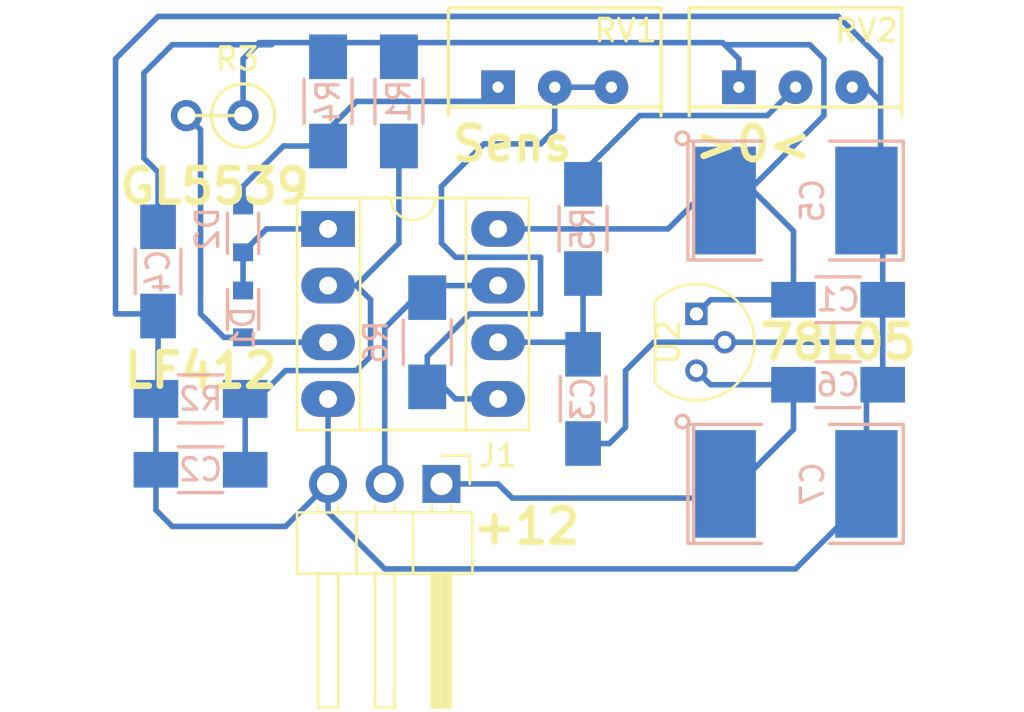
<source format=kicad_pcb>
(kicad_pcb (version 4) (host pcbnew 4.0.5)

  (general
    (links 39)
    (no_connects 0)
    (area 154.204999 95.784999 200.125001 127.900001)
    (thickness 1.6)
    (drawings 14)
    (tracks 126)
    (zones 0)
    (modules 20)
    (nets 12)
  )

  (page A4)
  (layers
    (0 F.Cu signal)
    (31 B.Cu signal)
    (32 B.Adhes user)
    (33 F.Adhes user)
    (34 B.Paste user)
    (35 F.Paste user)
    (36 B.SilkS user)
    (37 F.SilkS user)
    (38 B.Mask user)
    (39 F.Mask user)
    (40 Dwgs.User user)
    (41 Cmts.User user)
    (42 Eco1.User user)
    (43 Eco2.User user)
    (44 Edge.Cuts user)
    (45 Margin user)
    (46 B.CrtYd user)
    (47 F.CrtYd user)
    (48 B.Fab user)
    (49 F.Fab user)
  )

  (setup
    (last_trace_width 0.25)
    (trace_clearance 0.2)
    (zone_clearance 0.508)
    (zone_45_only no)
    (trace_min 0.2)
    (segment_width 0.2)
    (edge_width 0.15)
    (via_size 0.6)
    (via_drill 0.4)
    (via_min_size 0.4)
    (via_min_drill 0.3)
    (uvia_size 0.3)
    (uvia_drill 0.1)
    (uvias_allowed no)
    (uvia_min_size 0.2)
    (uvia_min_drill 0.1)
    (pcb_text_width 0.3)
    (pcb_text_size 1.5 1.5)
    (mod_edge_width 0.15)
    (mod_text_size 1 1)
    (mod_text_width 0.15)
    (pad_size 1 1)
    (pad_drill 0.6)
    (pad_to_mask_clearance 0.2)
    (aux_axis_origin 0 0)
    (visible_elements FFFFFF7F)
    (pcbplotparams
      (layerselection 0x00030_80000001)
      (usegerberextensions false)
      (excludeedgelayer true)
      (linewidth 0.100000)
      (plotframeref false)
      (viasonmask false)
      (mode 1)
      (useauxorigin false)
      (hpglpennumber 1)
      (hpglpenspeed 20)
      (hpglpendiameter 15)
      (hpglpenoverlay 2)
      (psnegative false)
      (psa4output false)
      (plotreference true)
      (plotvalue true)
      (plotinvisibletext false)
      (padsonsilk false)
      (subtractmaskfromsilk false)
      (outputformat 1)
      (mirror false)
      (drillshape 1)
      (scaleselection 1)
      (outputdirectory ""))
  )

  (net 0 "")
  (net 1 GND)
  (net 2 /+5)
  (net 3 /Ref)
  (net 4 /Bal)
  (net 5 /+12)
  (net 6 "Net-(D1-Pad1)")
  (net 7 /Sens)
  (net 8 "Net-(D2-Pad2)")
  (net 9 /Out)
  (net 10 "Net-(R5-Pad2)")
  (net 11 "Net-(R6-Pad2)")

  (net_class Default "Это класс цепей по умолчанию."
    (clearance 0.2)
    (trace_width 0.25)
    (via_dia 0.6)
    (via_drill 0.4)
    (uvia_dia 0.3)
    (uvia_drill 0.1)
    (add_net /+12)
    (add_net /+5)
    (add_net /Bal)
    (add_net /Out)
    (add_net /Ref)
    (add_net /Sens)
    (add_net GND)
    (add_net "Net-(D1-Pad1)")
    (add_net "Net-(D2-Pad2)")
    (add_net "Net-(R5-Pad2)")
    (add_net "Net-(R6-Pad2)")
  )

  (module Capacitors_SMD:C_1206_HandSoldering (layer B.Cu) (tedit 586A9BD1) (tstamp 586A97F0)
    (at 191.77 109.22 180)
    (descr "Capacitor SMD 1206, hand soldering")
    (tags "capacitor 1206")
    (path /586A971B)
    (attr smd)
    (fp_text reference C1 (at 0 0 180) (layer B.SilkS)
      (effects (font (size 1 1) (thickness 0.15)) (justify mirror))
    )
    (fp_text value 0,1 (at 0 -2.3 180) (layer B.Fab) hide
      (effects (font (size 1 1) (thickness 0.15)) (justify mirror))
    )
    (fp_line (start -1.6 -0.8) (end -1.6 0.8) (layer B.Fab) (width 0.15))
    (fp_line (start 1.6 -0.8) (end -1.6 -0.8) (layer B.Fab) (width 0.15))
    (fp_line (start 1.6 0.8) (end 1.6 -0.8) (layer B.Fab) (width 0.15))
    (fp_line (start -1.6 0.8) (end 1.6 0.8) (layer B.Fab) (width 0.15))
    (fp_line (start -3.3 1.15) (end 3.3 1.15) (layer B.CrtYd) (width 0.05))
    (fp_line (start -3.3 -1.15) (end 3.3 -1.15) (layer B.CrtYd) (width 0.05))
    (fp_line (start -3.3 1.15) (end -3.3 -1.15) (layer B.CrtYd) (width 0.05))
    (fp_line (start 3.3 1.15) (end 3.3 -1.15) (layer B.CrtYd) (width 0.05))
    (fp_line (start 1 1.025) (end -1 1.025) (layer B.SilkS) (width 0.15))
    (fp_line (start -1 -1.025) (end 1 -1.025) (layer B.SilkS) (width 0.15))
    (pad 1 smd rect (at -2 0 180) (size 2 1.6) (layers B.Cu B.Paste B.Mask)
      (net 1 GND))
    (pad 2 smd rect (at 2 0 180) (size 2 1.6) (layers B.Cu B.Paste B.Mask)
      (net 2 /+5))
    (model Capacitors_SMD.3dshapes/C_1206_HandSoldering.wrl
      (at (xyz 0 0 0))
      (scale (xyz 1 1 1))
      (rotate (xyz 0 0 0))
    )
  )

  (module Capacitors_SMD:C_1206_HandSoldering (layer B.Cu) (tedit 586A9BD6) (tstamp 586A97F6)
    (at 163.195 116.84 180)
    (descr "Capacitor SMD 1206, hand soldering")
    (tags "capacitor 1206")
    (path /586A95E9)
    (attr smd)
    (fp_text reference C2 (at 0 0 180) (layer B.SilkS)
      (effects (font (size 1 1) (thickness 0.15)) (justify mirror))
    )
    (fp_text value 0,1 (at 0 -2.3 180) (layer B.Fab) hide
      (effects (font (size 1 1) (thickness 0.15)) (justify mirror))
    )
    (fp_line (start -1.6 -0.8) (end -1.6 0.8) (layer B.Fab) (width 0.15))
    (fp_line (start 1.6 -0.8) (end -1.6 -0.8) (layer B.Fab) (width 0.15))
    (fp_line (start 1.6 0.8) (end 1.6 -0.8) (layer B.Fab) (width 0.15))
    (fp_line (start -1.6 0.8) (end 1.6 0.8) (layer B.Fab) (width 0.15))
    (fp_line (start -3.3 1.15) (end 3.3 1.15) (layer B.CrtYd) (width 0.05))
    (fp_line (start -3.3 -1.15) (end 3.3 -1.15) (layer B.CrtYd) (width 0.05))
    (fp_line (start -3.3 1.15) (end -3.3 -1.15) (layer B.CrtYd) (width 0.05))
    (fp_line (start 3.3 1.15) (end 3.3 -1.15) (layer B.CrtYd) (width 0.05))
    (fp_line (start 1 1.025) (end -1 1.025) (layer B.SilkS) (width 0.15))
    (fp_line (start -1 -1.025) (end 1 -1.025) (layer B.SilkS) (width 0.15))
    (pad 1 smd rect (at -2 0 180) (size 2 1.6) (layers B.Cu B.Paste B.Mask)
      (net 3 /Ref))
    (pad 2 smd rect (at 2 0 180) (size 2 1.6) (layers B.Cu B.Paste B.Mask)
      (net 1 GND))
    (model Capacitors_SMD.3dshapes/C_1206_HandSoldering.wrl
      (at (xyz 0 0 0))
      (scale (xyz 1 1 1))
      (rotate (xyz 0 0 0))
    )
  )

  (module Capacitors_SMD:C_1206_HandSoldering (layer B.Cu) (tedit 586A9B7B) (tstamp 586A97FC)
    (at 180.34 113.665 270)
    (descr "Capacitor SMD 1206, hand soldering")
    (tags "capacitor 1206")
    (path /586A9654)
    (attr smd)
    (fp_text reference C3 (at 0 0 270) (layer B.SilkS)
      (effects (font (size 1 1) (thickness 0.15)) (justify mirror))
    )
    (fp_text value 0,1 (at 0 -2.3 270) (layer B.Fab) hide
      (effects (font (size 1 1) (thickness 0.15)) (justify mirror))
    )
    (fp_line (start -1.6 -0.8) (end -1.6 0.8) (layer B.Fab) (width 0.15))
    (fp_line (start 1.6 -0.8) (end -1.6 -0.8) (layer B.Fab) (width 0.15))
    (fp_line (start 1.6 0.8) (end 1.6 -0.8) (layer B.Fab) (width 0.15))
    (fp_line (start -1.6 0.8) (end 1.6 0.8) (layer B.Fab) (width 0.15))
    (fp_line (start -3.3 1.15) (end 3.3 1.15) (layer B.CrtYd) (width 0.05))
    (fp_line (start -3.3 -1.15) (end 3.3 -1.15) (layer B.CrtYd) (width 0.05))
    (fp_line (start -3.3 1.15) (end -3.3 -1.15) (layer B.CrtYd) (width 0.05))
    (fp_line (start 3.3 1.15) (end 3.3 -1.15) (layer B.CrtYd) (width 0.05))
    (fp_line (start 1 1.025) (end -1 1.025) (layer B.SilkS) (width 0.15))
    (fp_line (start -1 -1.025) (end 1 -1.025) (layer B.SilkS) (width 0.15))
    (pad 1 smd rect (at -2 0 270) (size 2 1.6) (layers B.Cu B.Paste B.Mask)
      (net 4 /Bal))
    (pad 2 smd rect (at 2 0 270) (size 2 1.6) (layers B.Cu B.Paste B.Mask)
      (net 1 GND))
    (model Capacitors_SMD.3dshapes/C_1206_HandSoldering.wrl
      (at (xyz 0 0 0))
      (scale (xyz 1 1 1))
      (rotate (xyz 0 0 0))
    )
  )

  (module Capacitors_SMD:C_1206_HandSoldering (layer B.Cu) (tedit 586A9BDC) (tstamp 586A9802)
    (at 161.29 107.95 270)
    (descr "Capacitor SMD 1206, hand soldering")
    (tags "capacitor 1206")
    (path /586A9790)
    (attr smd)
    (fp_text reference C4 (at 0 0 270) (layer B.SilkS)
      (effects (font (size 1 1) (thickness 0.15)) (justify mirror))
    )
    (fp_text value 0,1 (at 0 -2.3 270) (layer B.Fab) hide
      (effects (font (size 1 1) (thickness 0.15)) (justify mirror))
    )
    (fp_line (start -1.6 -0.8) (end -1.6 0.8) (layer B.Fab) (width 0.15))
    (fp_line (start 1.6 -0.8) (end -1.6 -0.8) (layer B.Fab) (width 0.15))
    (fp_line (start 1.6 0.8) (end 1.6 -0.8) (layer B.Fab) (width 0.15))
    (fp_line (start -1.6 0.8) (end 1.6 0.8) (layer B.Fab) (width 0.15))
    (fp_line (start -3.3 1.15) (end 3.3 1.15) (layer B.CrtYd) (width 0.05))
    (fp_line (start -3.3 -1.15) (end 3.3 -1.15) (layer B.CrtYd) (width 0.05))
    (fp_line (start -3.3 1.15) (end -3.3 -1.15) (layer B.CrtYd) (width 0.05))
    (fp_line (start 3.3 1.15) (end 3.3 -1.15) (layer B.CrtYd) (width 0.05))
    (fp_line (start 1 1.025) (end -1 1.025) (layer B.SilkS) (width 0.15))
    (fp_line (start -1 -1.025) (end 1 -1.025) (layer B.SilkS) (width 0.15))
    (pad 1 smd rect (at -2 0 270) (size 2 1.6) (layers B.Cu B.Paste B.Mask)
      (net 2 /+5))
    (pad 2 smd rect (at 2 0 270) (size 2 1.6) (layers B.Cu B.Paste B.Mask)
      (net 1 GND))
    (model Capacitors_SMD.3dshapes/C_1206_HandSoldering.wrl
      (at (xyz 0 0 0))
      (scale (xyz 1 1 1))
      (rotate (xyz 0 0 0))
    )
  )

  (module SMD_Packages:SMD-2112_Pol (layer B.Cu) (tedit 0) (tstamp 586A9808)
    (at 189.865 104.775)
    (path /586A98C1)
    (attr smd)
    (fp_text reference C5 (at 0.762 0 270) (layer B.SilkS)
      (effects (font (size 1 1) (thickness 0.15)) (justify mirror))
    )
    (fp_text value 220,0 (at -0.889 0 270) (layer B.Fab)
      (effects (font (size 1 1) (thickness 0.15)) (justify mirror))
    )
    (fp_circle (center -5.08 -2.794) (end -4.826 -2.667) (layer B.SilkS) (width 0.15))
    (fp_line (start -4.572 2.667) (end -4.572 -2.667) (layer B.SilkS) (width 0.15))
    (fp_line (start -4.826 2.667) (end -4.826 -2.667) (layer B.SilkS) (width 0.15))
    (fp_line (start -1.524 -2.667) (end -4.826 -2.667) (layer B.SilkS) (width 0.15))
    (fp_line (start -1.524 2.667) (end -4.826 2.667) (layer B.SilkS) (width 0.15))
    (fp_line (start 1.524 2.667) (end 4.826 2.667) (layer B.SilkS) (width 0.15))
    (fp_line (start 4.826 2.667) (end 4.826 -2.667) (layer B.SilkS) (width 0.15))
    (fp_line (start 4.826 -2.667) (end 1.524 -2.667) (layer B.SilkS) (width 0.15))
    (pad 2 smd rect (at 3.175 0) (size 2.794 4.826) (layers B.Cu B.Paste B.Mask)
      (net 1 GND))
    (pad 1 smd rect (at -3.175 0) (size 2.794 4.826) (layers B.Cu B.Paste B.Mask)
      (net 2 /+5))
    (model SMD_Packages.3dshapes/SMD-2112_Pol.wrl
      (at (xyz 0 0 0))
      (scale (xyz 0.3 0.4 0.4))
      (rotate (xyz 0 0 0))
    )
  )

  (module Capacitors_SMD:C_1206_HandSoldering (layer B.Cu) (tedit 586A9BCD) (tstamp 586A980E)
    (at 191.77 113.03)
    (descr "Capacitor SMD 1206, hand soldering")
    (tags "capacitor 1206")
    (path /586A9989)
    (attr smd)
    (fp_text reference C6 (at 0 0) (layer B.SilkS)
      (effects (font (size 1 1) (thickness 0.15)) (justify mirror))
    )
    (fp_text value 0,1 (at 0 -2.3) (layer B.Fab) hide
      (effects (font (size 1 1) (thickness 0.15)) (justify mirror))
    )
    (fp_line (start -1.6 -0.8) (end -1.6 0.8) (layer B.Fab) (width 0.15))
    (fp_line (start 1.6 -0.8) (end -1.6 -0.8) (layer B.Fab) (width 0.15))
    (fp_line (start 1.6 0.8) (end 1.6 -0.8) (layer B.Fab) (width 0.15))
    (fp_line (start -1.6 0.8) (end 1.6 0.8) (layer B.Fab) (width 0.15))
    (fp_line (start -3.3 1.15) (end 3.3 1.15) (layer B.CrtYd) (width 0.05))
    (fp_line (start -3.3 -1.15) (end 3.3 -1.15) (layer B.CrtYd) (width 0.05))
    (fp_line (start -3.3 1.15) (end -3.3 -1.15) (layer B.CrtYd) (width 0.05))
    (fp_line (start 3.3 1.15) (end 3.3 -1.15) (layer B.CrtYd) (width 0.05))
    (fp_line (start 1 1.025) (end -1 1.025) (layer B.SilkS) (width 0.15))
    (fp_line (start -1 -1.025) (end 1 -1.025) (layer B.SilkS) (width 0.15))
    (pad 1 smd rect (at -2 0) (size 2 1.6) (layers B.Cu B.Paste B.Mask)
      (net 5 /+12))
    (pad 2 smd rect (at 2 0) (size 2 1.6) (layers B.Cu B.Paste B.Mask)
      (net 1 GND))
    (model Capacitors_SMD.3dshapes/C_1206_HandSoldering.wrl
      (at (xyz 0 0 0))
      (scale (xyz 1 1 1))
      (rotate (xyz 0 0 0))
    )
  )

  (module SMD_Packages:SMD-2112_Pol (layer B.Cu) (tedit 0) (tstamp 586A9814)
    (at 189.865 117.475)
    (path /586A9916)
    (attr smd)
    (fp_text reference C7 (at 0.762 0 270) (layer B.SilkS)
      (effects (font (size 1 1) (thickness 0.15)) (justify mirror))
    )
    (fp_text value 47,0 (at -0.889 0 270) (layer B.Fab)
      (effects (font (size 1 1) (thickness 0.15)) (justify mirror))
    )
    (fp_circle (center -5.08 -2.794) (end -4.826 -2.667) (layer B.SilkS) (width 0.15))
    (fp_line (start -4.572 2.667) (end -4.572 -2.667) (layer B.SilkS) (width 0.15))
    (fp_line (start -4.826 2.667) (end -4.826 -2.667) (layer B.SilkS) (width 0.15))
    (fp_line (start -1.524 -2.667) (end -4.826 -2.667) (layer B.SilkS) (width 0.15))
    (fp_line (start -1.524 2.667) (end -4.826 2.667) (layer B.SilkS) (width 0.15))
    (fp_line (start 1.524 2.667) (end 4.826 2.667) (layer B.SilkS) (width 0.15))
    (fp_line (start 4.826 2.667) (end 4.826 -2.667) (layer B.SilkS) (width 0.15))
    (fp_line (start 4.826 -2.667) (end 1.524 -2.667) (layer B.SilkS) (width 0.15))
    (pad 2 smd rect (at 3.175 0) (size 2.794 4.826) (layers B.Cu B.Paste B.Mask)
      (net 1 GND))
    (pad 1 smd rect (at -3.175 0) (size 2.794 4.826) (layers B.Cu B.Paste B.Mask)
      (net 5 /+12))
    (model SMD_Packages.3dshapes/SMD-2112_Pol.wrl
      (at (xyz 0 0 0))
      (scale (xyz 0.3 0.4 0.4))
      (rotate (xyz 0 0 0))
    )
  )

  (module Diodes_SMD:D_0805 (layer B.Cu) (tedit 586A9C0B) (tstamp 586A981A)
    (at 165.1 109.855 270)
    (descr "Diode SMD in 0805 package")
    (tags "smd diode")
    (path /586AA218)
    (attr smd)
    (fp_text reference D1 (at 0.635 0 270) (layer B.SilkS)
      (effects (font (size 1 1) (thickness 0.15)) (justify mirror))
    )
    (fp_text value 1N4148 (at 0 1.6 270) (layer B.Fab) hide
      (effects (font (size 1 1) (thickness 0.15)) (justify mirror))
    )
    (fp_line (start -1.8 -0.9) (end -1.8 0.9) (layer B.CrtYd) (width 0.05))
    (fp_line (start 1.8 -0.9) (end -1.8 -0.9) (layer B.CrtYd) (width 0.05))
    (fp_line (start 1.8 0.9) (end 1.8 -0.9) (layer B.CrtYd) (width 0.05))
    (fp_line (start -1.8 0.9) (end 1.8 0.9) (layer B.CrtYd) (width 0.05))
    (fp_line (start 0.2 0) (end 0.4 0) (layer B.Fab) (width 0.15))
    (fp_line (start -0.1 0) (end -0.3 0) (layer B.Fab) (width 0.15))
    (fp_line (start -0.1 0.2) (end -0.1 -0.2) (layer B.Fab) (width 0.15))
    (fp_line (start 0.2 -0.2) (end 0.2 0.2) (layer B.Fab) (width 0.15))
    (fp_line (start -0.1 0) (end 0.2 -0.2) (layer B.Fab) (width 0.15))
    (fp_line (start 0.2 0.2) (end -0.1 0) (layer B.Fab) (width 0.15))
    (fp_line (start -1 -0.6) (end -1 0.6) (layer B.Fab) (width 0.15))
    (fp_line (start 1 -0.6) (end -1 -0.6) (layer B.Fab) (width 0.15))
    (fp_line (start 1 0.6) (end 1 -0.6) (layer B.Fab) (width 0.15))
    (fp_line (start -1 0.6) (end 1 0.6) (layer B.Fab) (width 0.15))
    (fp_line (start -1.1 -0.7) (end 0.7 -0.7) (layer B.SilkS) (width 0.15))
    (fp_line (start -1.1 0.7) (end 0.7 0.7) (layer B.SilkS) (width 0.15))
    (pad 1 smd rect (at -1.05 0 270) (size 0.8 0.9) (layers B.Cu B.Paste B.Mask)
      (net 6 "Net-(D1-Pad1)"))
    (pad 2 smd rect (at 1.05 0 270) (size 0.8 0.9) (layers B.Cu B.Paste B.Mask)
      (net 7 /Sens))
  )

  (module Diodes_SMD:D_0805 (layer B.Cu) (tedit 586A9C11) (tstamp 586A9820)
    (at 165.1 106.045 90)
    (descr "Diode SMD in 0805 package")
    (tags "smd diode")
    (path /586AA282)
    (attr smd)
    (fp_text reference D2 (at 0 -1.6 90) (layer B.SilkS)
      (effects (font (size 1 1) (thickness 0.15)) (justify mirror))
    )
    (fp_text value 1N4148 (at 0 1.6 90) (layer B.Fab) hide
      (effects (font (size 1 1) (thickness 0.15)) (justify mirror))
    )
    (fp_line (start -1.8 -0.9) (end -1.8 0.9) (layer B.CrtYd) (width 0.05))
    (fp_line (start 1.8 -0.9) (end -1.8 -0.9) (layer B.CrtYd) (width 0.05))
    (fp_line (start 1.8 0.9) (end 1.8 -0.9) (layer B.CrtYd) (width 0.05))
    (fp_line (start -1.8 0.9) (end 1.8 0.9) (layer B.CrtYd) (width 0.05))
    (fp_line (start 0.2 0) (end 0.4 0) (layer B.Fab) (width 0.15))
    (fp_line (start -0.1 0) (end -0.3 0) (layer B.Fab) (width 0.15))
    (fp_line (start -0.1 0.2) (end -0.1 -0.2) (layer B.Fab) (width 0.15))
    (fp_line (start 0.2 -0.2) (end 0.2 0.2) (layer B.Fab) (width 0.15))
    (fp_line (start -0.1 0) (end 0.2 -0.2) (layer B.Fab) (width 0.15))
    (fp_line (start 0.2 0.2) (end -0.1 0) (layer B.Fab) (width 0.15))
    (fp_line (start -1 -0.6) (end -1 0.6) (layer B.Fab) (width 0.15))
    (fp_line (start 1 -0.6) (end -1 -0.6) (layer B.Fab) (width 0.15))
    (fp_line (start 1 0.6) (end 1 -0.6) (layer B.Fab) (width 0.15))
    (fp_line (start -1 0.6) (end 1 0.6) (layer B.Fab) (width 0.15))
    (fp_line (start -1.1 -0.7) (end 0.7 -0.7) (layer B.SilkS) (width 0.15))
    (fp_line (start -1.1 0.7) (end 0.7 0.7) (layer B.SilkS) (width 0.15))
    (pad 1 smd rect (at -1.05 0 90) (size 0.8 0.9) (layers B.Cu B.Paste B.Mask)
      (net 6 "Net-(D1-Pad1)"))
    (pad 2 smd rect (at 1.05 0 90) (size 0.8 0.9) (layers B.Cu B.Paste B.Mask)
      (net 8 "Net-(D2-Pad2)"))
  )

  (module Pin_Headers:Pin_Header_Angled_1x03_Pitch2.54mm (layer F.Cu) (tedit 586AA1FC) (tstamp 586A9827)
    (at 173.99 117.475 270)
    (descr "Through hole angled pin header, 1x03, 2.54mm pitch, 6mm pin length, single row")
    (tags "Through hole angled pin header THT 1x03 2.54mm single row")
    (path /586AA02C)
    (fp_text reference J1 (at -1.27 -2.54 360) (layer F.SilkS)
      (effects (font (size 1 1) (thickness 0.15)))
    )
    (fp_text value Pwr/Out (at 4.315 7.35 270) (layer F.Fab) hide
      (effects (font (size 1 1) (thickness 0.15)))
    )
    (fp_line (start 1.4 -1.27) (end 1.4 1.27) (layer F.Fab) (width 0.1))
    (fp_line (start 1.4 1.27) (end 3.9 1.27) (layer F.Fab) (width 0.1))
    (fp_line (start 3.9 1.27) (end 3.9 -1.27) (layer F.Fab) (width 0.1))
    (fp_line (start 3.9 -1.27) (end 1.4 -1.27) (layer F.Fab) (width 0.1))
    (fp_line (start 0 -0.32) (end 0 0.32) (layer F.Fab) (width 0.1))
    (fp_line (start 0 0.32) (end 9.9 0.32) (layer F.Fab) (width 0.1))
    (fp_line (start 9.9 0.32) (end 9.9 -0.32) (layer F.Fab) (width 0.1))
    (fp_line (start 9.9 -0.32) (end 0 -0.32) (layer F.Fab) (width 0.1))
    (fp_line (start 1.4 1.27) (end 1.4 3.81) (layer F.Fab) (width 0.1))
    (fp_line (start 1.4 3.81) (end 3.9 3.81) (layer F.Fab) (width 0.1))
    (fp_line (start 3.9 3.81) (end 3.9 1.27) (layer F.Fab) (width 0.1))
    (fp_line (start 3.9 1.27) (end 1.4 1.27) (layer F.Fab) (width 0.1))
    (fp_line (start 0 2.22) (end 0 2.86) (layer F.Fab) (width 0.1))
    (fp_line (start 0 2.86) (end 9.9 2.86) (layer F.Fab) (width 0.1))
    (fp_line (start 9.9 2.86) (end 9.9 2.22) (layer F.Fab) (width 0.1))
    (fp_line (start 9.9 2.22) (end 0 2.22) (layer F.Fab) (width 0.1))
    (fp_line (start 1.4 3.81) (end 1.4 6.35) (layer F.Fab) (width 0.1))
    (fp_line (start 1.4 6.35) (end 3.9 6.35) (layer F.Fab) (width 0.1))
    (fp_line (start 3.9 6.35) (end 3.9 3.81) (layer F.Fab) (width 0.1))
    (fp_line (start 3.9 3.81) (end 1.4 3.81) (layer F.Fab) (width 0.1))
    (fp_line (start 0 4.76) (end 0 5.4) (layer F.Fab) (width 0.1))
    (fp_line (start 0 5.4) (end 9.9 5.4) (layer F.Fab) (width 0.1))
    (fp_line (start 9.9 5.4) (end 9.9 4.76) (layer F.Fab) (width 0.1))
    (fp_line (start 9.9 4.76) (end 0 4.76) (layer F.Fab) (width 0.1))
    (fp_line (start 1.28 -1.39) (end 1.28 1.27) (layer F.SilkS) (width 0.12))
    (fp_line (start 1.28 1.27) (end 4.02 1.27) (layer F.SilkS) (width 0.12))
    (fp_line (start 4.02 1.27) (end 4.02 -1.39) (layer F.SilkS) (width 0.12))
    (fp_line (start 4.02 -1.39) (end 1.28 -1.39) (layer F.SilkS) (width 0.12))
    (fp_line (start 4.02 -0.44) (end 4.02 0.44) (layer F.SilkS) (width 0.12))
    (fp_line (start 4.02 0.44) (end 10.02 0.44) (layer F.SilkS) (width 0.12))
    (fp_line (start 10.02 0.44) (end 10.02 -0.44) (layer F.SilkS) (width 0.12))
    (fp_line (start 10.02 -0.44) (end 4.02 -0.44) (layer F.SilkS) (width 0.12))
    (fp_line (start 0.97 -0.44) (end 1.28 -0.44) (layer F.SilkS) (width 0.12))
    (fp_line (start 0.97 0.44) (end 1.28 0.44) (layer F.SilkS) (width 0.12))
    (fp_line (start 4.02 -0.32) (end 10.02 -0.32) (layer F.SilkS) (width 0.12))
    (fp_line (start 4.02 -0.2) (end 10.02 -0.2) (layer F.SilkS) (width 0.12))
    (fp_line (start 4.02 -0.08) (end 10.02 -0.08) (layer F.SilkS) (width 0.12))
    (fp_line (start 4.02 0.04) (end 10.02 0.04) (layer F.SilkS) (width 0.12))
    (fp_line (start 4.02 0.16) (end 10.02 0.16) (layer F.SilkS) (width 0.12))
    (fp_line (start 4.02 0.28) (end 10.02 0.28) (layer F.SilkS) (width 0.12))
    (fp_line (start 4.02 0.4) (end 10.02 0.4) (layer F.SilkS) (width 0.12))
    (fp_line (start 1.28 1.27) (end 1.28 3.81) (layer F.SilkS) (width 0.12))
    (fp_line (start 1.28 3.81) (end 4.02 3.81) (layer F.SilkS) (width 0.12))
    (fp_line (start 4.02 3.81) (end 4.02 1.27) (layer F.SilkS) (width 0.12))
    (fp_line (start 4.02 1.27) (end 1.28 1.27) (layer F.SilkS) (width 0.12))
    (fp_line (start 4.02 2.1) (end 4.02 2.98) (layer F.SilkS) (width 0.12))
    (fp_line (start 4.02 2.98) (end 10.02 2.98) (layer F.SilkS) (width 0.12))
    (fp_line (start 10.02 2.98) (end 10.02 2.1) (layer F.SilkS) (width 0.12))
    (fp_line (start 10.02 2.1) (end 4.02 2.1) (layer F.SilkS) (width 0.12))
    (fp_line (start 0.97 2.1) (end 1.28 2.1) (layer F.SilkS) (width 0.12))
    (fp_line (start 0.97 2.98) (end 1.28 2.98) (layer F.SilkS) (width 0.12))
    (fp_line (start 1.28 3.81) (end 1.28 6.47) (layer F.SilkS) (width 0.12))
    (fp_line (start 1.28 6.47) (end 4.02 6.47) (layer F.SilkS) (width 0.12))
    (fp_line (start 4.02 6.47) (end 4.02 3.81) (layer F.SilkS) (width 0.12))
    (fp_line (start 4.02 3.81) (end 1.28 3.81) (layer F.SilkS) (width 0.12))
    (fp_line (start 4.02 4.64) (end 4.02 5.52) (layer F.SilkS) (width 0.12))
    (fp_line (start 4.02 5.52) (end 10.02 5.52) (layer F.SilkS) (width 0.12))
    (fp_line (start 10.02 5.52) (end 10.02 4.64) (layer F.SilkS) (width 0.12))
    (fp_line (start 10.02 4.64) (end 4.02 4.64) (layer F.SilkS) (width 0.12))
    (fp_line (start 0.97 4.64) (end 1.28 4.64) (layer F.SilkS) (width 0.12))
    (fp_line (start 0.97 5.52) (end 1.28 5.52) (layer F.SilkS) (width 0.12))
    (fp_line (start -1.27 0) (end -1.27 -1.27) (layer F.SilkS) (width 0.12))
    (fp_line (start -1.27 -1.27) (end 0 -1.27) (layer F.SilkS) (width 0.12))
    (fp_line (start -1.6 -1.6) (end -1.6 6.6) (layer F.CrtYd) (width 0.05))
    (fp_line (start -1.6 6.6) (end 10.2 6.6) (layer F.CrtYd) (width 0.05))
    (fp_line (start 10.2 6.6) (end 10.2 -1.6) (layer F.CrtYd) (width 0.05))
    (fp_line (start 10.2 -1.6) (end -1.6 -1.6) (layer F.CrtYd) (width 0.05))
    (pad 1 thru_hole rect (at 0 0 270) (size 1.7 1.7) (drill 1) (layers *.Cu *.Mask)
      (net 5 /+12))
    (pad 2 thru_hole oval (at 0 2.54 270) (size 1.7 1.7) (drill 1) (layers *.Cu *.Mask)
      (net 9 /Out))
    (pad 3 thru_hole oval (at 0 5.08 270) (size 1.7 1.7) (drill 1) (layers *.Cu *.Mask)
      (net 1 GND))
    (model Pin_Headers.3dshapes/Pin_Header_Angled_1x03_Pitch2.54mm.wrl
      (at (xyz 0 -0.1 0))
      (scale (xyz 1 1 1))
      (rotate (xyz 0 0 90))
    )
  )

  (module Resistors_SMD:R_1206_HandSoldering (layer B.Cu) (tedit 586A9CE3) (tstamp 586A982D)
    (at 172.085 100.33 270)
    (descr "Resistor SMD 1206, hand soldering")
    (tags "resistor 1206")
    (path /586A938C)
    (attr smd)
    (fp_text reference R1 (at 0 0 450) (layer B.SilkS)
      (effects (font (size 1 1) (thickness 0.15)) (justify mirror))
    )
    (fp_text value 220k (at 0 -2.3 270) (layer B.Fab) hide
      (effects (font (size 1 1) (thickness 0.15)) (justify mirror))
    )
    (fp_line (start -1.6 -0.8) (end -1.6 0.8) (layer B.Fab) (width 0.1))
    (fp_line (start 1.6 -0.8) (end -1.6 -0.8) (layer B.Fab) (width 0.1))
    (fp_line (start 1.6 0.8) (end 1.6 -0.8) (layer B.Fab) (width 0.1))
    (fp_line (start -1.6 0.8) (end 1.6 0.8) (layer B.Fab) (width 0.1))
    (fp_line (start -3.3 1.2) (end 3.3 1.2) (layer B.CrtYd) (width 0.05))
    (fp_line (start -3.3 -1.2) (end 3.3 -1.2) (layer B.CrtYd) (width 0.05))
    (fp_line (start -3.3 1.2) (end -3.3 -1.2) (layer B.CrtYd) (width 0.05))
    (fp_line (start 3.3 1.2) (end 3.3 -1.2) (layer B.CrtYd) (width 0.05))
    (fp_line (start 1 -1.075) (end -1 -1.075) (layer B.SilkS) (width 0.15))
    (fp_line (start -1 1.075) (end 1 1.075) (layer B.SilkS) (width 0.15))
    (pad 1 smd rect (at -2 0 270) (size 2 1.7) (layers B.Cu B.Paste B.Mask)
      (net 2 /+5))
    (pad 2 smd rect (at 2 0 270) (size 2 1.7) (layers B.Cu B.Paste B.Mask)
      (net 3 /Ref))
    (model Resistors_SMD.3dshapes/R_1206_HandSoldering.wrl
      (at (xyz 0 0 0))
      (scale (xyz 1 1 1))
      (rotate (xyz 0 0 0))
    )
  )

  (module Resistors_SMD:R_1206_HandSoldering (layer B.Cu) (tedit 586A9BF3) (tstamp 586A9833)
    (at 163.195 113.665 180)
    (descr "Resistor SMD 1206, hand soldering")
    (tags "resistor 1206")
    (path /586A93AF)
    (attr smd)
    (fp_text reference R2 (at 0 0 360) (layer B.SilkS)
      (effects (font (size 1 1) (thickness 0.15)) (justify mirror))
    )
    (fp_text value 220k (at 0 -2.3 180) (layer B.Fab) hide
      (effects (font (size 1 1) (thickness 0.15)) (justify mirror))
    )
    (fp_line (start -1.6 -0.8) (end -1.6 0.8) (layer B.Fab) (width 0.1))
    (fp_line (start 1.6 -0.8) (end -1.6 -0.8) (layer B.Fab) (width 0.1))
    (fp_line (start 1.6 0.8) (end 1.6 -0.8) (layer B.Fab) (width 0.1))
    (fp_line (start -1.6 0.8) (end 1.6 0.8) (layer B.Fab) (width 0.1))
    (fp_line (start -3.3 1.2) (end 3.3 1.2) (layer B.CrtYd) (width 0.05))
    (fp_line (start -3.3 -1.2) (end 3.3 -1.2) (layer B.CrtYd) (width 0.05))
    (fp_line (start -3.3 1.2) (end -3.3 -1.2) (layer B.CrtYd) (width 0.05))
    (fp_line (start 3.3 1.2) (end 3.3 -1.2) (layer B.CrtYd) (width 0.05))
    (fp_line (start 1 -1.075) (end -1 -1.075) (layer B.SilkS) (width 0.15))
    (fp_line (start -1 1.075) (end 1 1.075) (layer B.SilkS) (width 0.15))
    (pad 1 smd rect (at -2 0 180) (size 2 1.7) (layers B.Cu B.Paste B.Mask)
      (net 3 /Ref))
    (pad 2 smd rect (at 2 0 180) (size 2 1.7) (layers B.Cu B.Paste B.Mask)
      (net 1 GND))
    (model Resistors_SMD.3dshapes/R_1206_HandSoldering.wrl
      (at (xyz 0 0 0))
      (scale (xyz 1 1 1))
      (rotate (xyz 0 0 0))
    )
  )

  (module Discret:R1 (layer F.Cu) (tedit 586AA199) (tstamp 586A9839)
    (at 163.83 100.965 180)
    (descr "Resistance verticale")
    (tags R)
    (path /586AA773)
    (fp_text reference R3 (at -1.016 2.54 180) (layer F.SilkS)
      (effects (font (size 1 1) (thickness 0.15)))
    )
    (fp_text value GL5539 (at -1.143 2.54 180) (layer F.Fab) hide
      (effects (font (size 1 1) (thickness 0.15)))
    )
    (fp_line (start -1.27 0) (end 1.27 0) (layer F.SilkS) (width 0.15))
    (fp_circle (center -1.27 0) (end -0.635 1.27) (layer F.SilkS) (width 0.15))
    (pad 1 thru_hole circle (at -1.27 0 180) (size 1.397 1.397) (drill 0.8128) (layers *.Cu *.Mask)
      (net 2 /+5))
    (pad 2 thru_hole circle (at 1.27 0 180) (size 1.397 1.397) (drill 0.8128) (layers *.Cu *.Mask)
      (net 7 /Sens))
    (model Discret.3dshapes/R1.wrl
      (at (xyz 0 0 0))
      (scale (xyz 1 1 1))
      (rotate (xyz 0 0 0))
    )
  )

  (module Resistors_SMD:R_1206_HandSoldering (layer B.Cu) (tedit 586A9C47) (tstamp 586A983F)
    (at 168.91 100.33 270)
    (descr "Resistor SMD 1206, hand soldering")
    (tags "resistor 1206")
    (path /586A9496)
    (attr smd)
    (fp_text reference R4 (at 0 0 270) (layer B.SilkS)
      (effects (font (size 1 1) (thickness 0.15)) (justify mirror))
    )
    (fp_text value 1k (at 0 -2.3 270) (layer B.Fab) hide
      (effects (font (size 1 1) (thickness 0.15)) (justify mirror))
    )
    (fp_line (start -1.6 -0.8) (end -1.6 0.8) (layer B.Fab) (width 0.1))
    (fp_line (start 1.6 -0.8) (end -1.6 -0.8) (layer B.Fab) (width 0.1))
    (fp_line (start 1.6 0.8) (end 1.6 -0.8) (layer B.Fab) (width 0.1))
    (fp_line (start -1.6 0.8) (end 1.6 0.8) (layer B.Fab) (width 0.1))
    (fp_line (start -3.3 1.2) (end 3.3 1.2) (layer B.CrtYd) (width 0.05))
    (fp_line (start -3.3 -1.2) (end 3.3 -1.2) (layer B.CrtYd) (width 0.05))
    (fp_line (start -3.3 1.2) (end -3.3 -1.2) (layer B.CrtYd) (width 0.05))
    (fp_line (start 3.3 1.2) (end 3.3 -1.2) (layer B.CrtYd) (width 0.05))
    (fp_line (start 1 -1.075) (end -1 -1.075) (layer B.SilkS) (width 0.15))
    (fp_line (start -1 1.075) (end 1 1.075) (layer B.SilkS) (width 0.15))
    (pad 1 smd rect (at -2 0 270) (size 2 1.7) (layers B.Cu B.Paste B.Mask)
      (net 2 /+5))
    (pad 2 smd rect (at 2 0 270) (size 2 1.7) (layers B.Cu B.Paste B.Mask)
      (net 8 "Net-(D2-Pad2)"))
    (model Resistors_SMD.3dshapes/R_1206_HandSoldering.wrl
      (at (xyz 0 0 0))
      (scale (xyz 1 1 1))
      (rotate (xyz 0 0 0))
    )
  )

  (module Resistors_SMD:R_1206_HandSoldering (layer B.Cu) (tedit 586A9CFE) (tstamp 586A9845)
    (at 180.34 106.045 90)
    (descr "Resistor SMD 1206, hand soldering")
    (tags "resistor 1206")
    (path /586A95A2)
    (attr smd)
    (fp_text reference R5 (at 0 0 90) (layer B.SilkS)
      (effects (font (size 1 1) (thickness 0.15)) (justify mirror))
    )
    (fp_text value 1k (at 0 -2.3 90) (layer B.Fab) hide
      (effects (font (size 1 1) (thickness 0.15)) (justify mirror))
    )
    (fp_line (start -1.6 -0.8) (end -1.6 0.8) (layer B.Fab) (width 0.1))
    (fp_line (start 1.6 -0.8) (end -1.6 -0.8) (layer B.Fab) (width 0.1))
    (fp_line (start 1.6 0.8) (end 1.6 -0.8) (layer B.Fab) (width 0.1))
    (fp_line (start -1.6 0.8) (end 1.6 0.8) (layer B.Fab) (width 0.1))
    (fp_line (start -3.3 1.2) (end 3.3 1.2) (layer B.CrtYd) (width 0.05))
    (fp_line (start -3.3 -1.2) (end 3.3 -1.2) (layer B.CrtYd) (width 0.05))
    (fp_line (start -3.3 1.2) (end -3.3 -1.2) (layer B.CrtYd) (width 0.05))
    (fp_line (start 3.3 1.2) (end 3.3 -1.2) (layer B.CrtYd) (width 0.05))
    (fp_line (start 1 -1.075) (end -1 -1.075) (layer B.SilkS) (width 0.15))
    (fp_line (start -1 1.075) (end 1 1.075) (layer B.SilkS) (width 0.15))
    (pad 1 smd rect (at -2 0 90) (size 2 1.7) (layers B.Cu B.Paste B.Mask)
      (net 4 /Bal))
    (pad 2 smd rect (at 2 0 90) (size 2 1.7) (layers B.Cu B.Paste B.Mask)
      (net 10 "Net-(R5-Pad2)"))
    (model Resistors_SMD.3dshapes/R_1206_HandSoldering.wrl
      (at (xyz 0 0 0))
      (scale (xyz 1 1 1))
      (rotate (xyz 0 0 0))
    )
  )

  (module Resistors_SMD:R_1206_HandSoldering (layer B.Cu) (tedit 586A9B9B) (tstamp 586A984B)
    (at 173.355 111.125 270)
    (descr "Resistor SMD 1206, hand soldering")
    (tags "resistor 1206")
    (path /586A952B)
    (attr smd)
    (fp_text reference R6 (at 0 2.3 270) (layer B.SilkS)
      (effects (font (size 1 1) (thickness 0.15)) (justify mirror))
    )
    (fp_text value 47k (at 0 -2.3 270) (layer B.Fab) hide
      (effects (font (size 1 1) (thickness 0.15)) (justify mirror))
    )
    (fp_line (start -1.6 -0.8) (end -1.6 0.8) (layer B.Fab) (width 0.1))
    (fp_line (start 1.6 -0.8) (end -1.6 -0.8) (layer B.Fab) (width 0.1))
    (fp_line (start 1.6 0.8) (end 1.6 -0.8) (layer B.Fab) (width 0.1))
    (fp_line (start -1.6 0.8) (end 1.6 0.8) (layer B.Fab) (width 0.1))
    (fp_line (start -3.3 1.2) (end 3.3 1.2) (layer B.CrtYd) (width 0.05))
    (fp_line (start -3.3 -1.2) (end 3.3 -1.2) (layer B.CrtYd) (width 0.05))
    (fp_line (start -3.3 1.2) (end -3.3 -1.2) (layer B.CrtYd) (width 0.05))
    (fp_line (start 3.3 1.2) (end 3.3 -1.2) (layer B.CrtYd) (width 0.05))
    (fp_line (start 1 -1.075) (end -1 -1.075) (layer B.SilkS) (width 0.15))
    (fp_line (start -1 1.075) (end 1 1.075) (layer B.SilkS) (width 0.15))
    (pad 1 smd rect (at -2 0 270) (size 2 1.7) (layers B.Cu B.Paste B.Mask)
      (net 9 /Out))
    (pad 2 smd rect (at 2 0 270) (size 2 1.7) (layers B.Cu B.Paste B.Mask)
      (net 11 "Net-(R6-Pad2)"))
    (model Resistors_SMD.3dshapes/R_1206_HandSoldering.wrl
      (at (xyz 0 0 0))
      (scale (xyz 1 1 1))
      (rotate (xyz 0 0 0))
    )
  )

  (module Housings_DIP:DIP-8_W7.62mm_Socket_LongPads (layer F.Cu) (tedit 586AA1C0) (tstamp 586A9865)
    (at 168.91 106.045)
    (descr "8-lead dip package, row spacing 7.62 mm (300 mils), Socket, LongPads")
    (tags "DIL DIP PDIP 2.54mm 7.62mm 300mil Socket LongPads")
    (path /586A91A8)
    (fp_text reference U1 (at 3.81 -2.39) (layer F.SilkS) hide
      (effects (font (size 1 1) (thickness 0.15)))
    )
    (fp_text value LF412CN (at 3.81 1.27) (layer F.Fab) hide
      (effects (font (size 1 1) (thickness 0.15)))
    )
    (fp_arc (start 3.81 -1.39) (end 2.81 -1.39) (angle -180) (layer F.SilkS) (width 0.12))
    (fp_line (start 1.635 -1.27) (end 6.985 -1.27) (layer F.Fab) (width 0.1))
    (fp_line (start 6.985 -1.27) (end 6.985 8.89) (layer F.Fab) (width 0.1))
    (fp_line (start 6.985 8.89) (end 0.635 8.89) (layer F.Fab) (width 0.1))
    (fp_line (start 0.635 8.89) (end 0.635 -0.27) (layer F.Fab) (width 0.1))
    (fp_line (start 0.635 -0.27) (end 1.635 -1.27) (layer F.Fab) (width 0.1))
    (fp_line (start -1.27 -1.27) (end -1.27 8.89) (layer F.Fab) (width 0.1))
    (fp_line (start -1.27 8.89) (end 8.89 8.89) (layer F.Fab) (width 0.1))
    (fp_line (start 8.89 8.89) (end 8.89 -1.27) (layer F.Fab) (width 0.1))
    (fp_line (start 8.89 -1.27) (end -1.27 -1.27) (layer F.Fab) (width 0.1))
    (fp_line (start 2.81 -1.39) (end 1.44 -1.39) (layer F.SilkS) (width 0.12))
    (fp_line (start 1.44 -1.39) (end 1.44 9.01) (layer F.SilkS) (width 0.12))
    (fp_line (start 1.44 9.01) (end 6.18 9.01) (layer F.SilkS) (width 0.12))
    (fp_line (start 6.18 9.01) (end 6.18 -1.39) (layer F.SilkS) (width 0.12))
    (fp_line (start 6.18 -1.39) (end 4.81 -1.39) (layer F.SilkS) (width 0.12))
    (fp_line (start -1.39 -1.39) (end -1.39 9.01) (layer F.SilkS) (width 0.12))
    (fp_line (start -1.39 9.01) (end 9.01 9.01) (layer F.SilkS) (width 0.12))
    (fp_line (start 9.01 9.01) (end 9.01 -1.39) (layer F.SilkS) (width 0.12))
    (fp_line (start 9.01 -1.39) (end -1.39 -1.39) (layer F.SilkS) (width 0.12))
    (fp_line (start -1.7 -1.7) (end -1.7 9.3) (layer F.CrtYd) (width 0.05))
    (fp_line (start -1.7 9.3) (end 9.3 9.3) (layer F.CrtYd) (width 0.05))
    (fp_line (start 9.3 9.3) (end 9.3 -1.7) (layer F.CrtYd) (width 0.05))
    (fp_line (start 9.3 -1.7) (end -1.7 -1.7) (layer F.CrtYd) (width 0.05))
    (pad 1 thru_hole rect (at 0 0) (size 2.4 1.6) (drill 0.8) (layers *.Cu *.Mask)
      (net 6 "Net-(D1-Pad1)"))
    (pad 5 thru_hole oval (at 7.62 7.62) (size 2.4 1.6) (drill 0.8) (layers *.Cu *.Mask)
      (net 11 "Net-(R6-Pad2)"))
    (pad 2 thru_hole oval (at 0 2.54) (size 2.4 1.6) (drill 0.8) (layers *.Cu *.Mask)
      (net 3 /Ref))
    (pad 6 thru_hole oval (at 7.62 5.08) (size 2.4 1.6) (drill 0.8) (layers *.Cu *.Mask)
      (net 4 /Bal))
    (pad 3 thru_hole oval (at 0 5.08) (size 2.4 1.6) (drill 0.8) (layers *.Cu *.Mask)
      (net 7 /Sens))
    (pad 7 thru_hole oval (at 7.62 2.54) (size 2.4 1.6) (drill 0.8) (layers *.Cu *.Mask)
      (net 9 /Out))
    (pad 4 thru_hole oval (at 0 7.62) (size 2.4 1.6) (drill 0.8) (layers *.Cu *.Mask)
      (net 1 GND))
    (pad 8 thru_hole oval (at 7.62 0) (size 2.4 1.6) (drill 0.8) (layers *.Cu *.Mask)
      (net 2 /+5))
    (model Housings_DIP.3dshapes/DIP-8_W7.62mm_Socket_LongPads.wrl
      (at (xyz 0 0 0))
      (scale (xyz 1 1 1))
      (rotate (xyz 0 0 0))
    )
  )

  (module TO_SOT_Packages_THT:TO-92_Molded_Narrow (layer F.Cu) (tedit 586AA1E4) (tstamp 586A986C)
    (at 185.42 109.855 270)
    (descr "TO-92 leads molded, narrow, drill 0.6mm (see NXP sot054_po.pdf)")
    (tags "to-92 sc-43 sc-43a sot54 PA33 transistor")
    (path /586A99FE)
    (fp_text reference U2 (at 1.27 1.27 270) (layer F.SilkS)
      (effects (font (size 1 1) (thickness 0.15)))
    )
    (fp_text value 78L05 (at 1.27 2.794 270) (layer F.Fab) hide
      (effects (font (size 1 1) (thickness 0.15)))
    )
    (fp_line (start -1.65 -2.9) (end 4.15 -2.9) (layer F.CrtYd) (width 0.05))
    (fp_line (start 4.15 -2.9) (end 4.15 2.2) (layer F.CrtYd) (width 0.05))
    (fp_line (start 4.15 2.2) (end -1.65 2.2) (layer F.CrtYd) (width 0.05))
    (fp_line (start -1.65 2.2) (end -1.65 -2.9) (layer F.CrtYd) (width 0.05))
    (fp_line (start -0.53 1.85) (end 3.07 1.85) (layer F.SilkS) (width 0.12))
    (fp_line (start -0.5 1.75) (end 3 1.75) (layer F.Fab) (width 0.1))
    (fp_arc (start 1.27 0) (end 1.27 -2.48) (angle 135) (layer F.Fab) (width 0.1))
    (fp_arc (start 1.27 0) (end 1.27 -2.6) (angle -135) (layer F.SilkS) (width 0.12))
    (fp_arc (start 1.27 0) (end 1.27 -2.48) (angle -135) (layer F.Fab) (width 0.1))
    (fp_arc (start 1.27 0) (end 1.27 -2.6) (angle 135) (layer F.SilkS) (width 0.12))
    (pad 2 thru_hole circle (at 1.27 -1.27) (size 1 1) (drill 0.6) (layers *.Cu *.Mask)
      (net 1 GND))
    (pad 3 thru_hole circle (at 2.54 0) (size 1 1) (drill 0.6) (layers *.Cu *.Mask)
      (net 5 /+12))
    (pad 1 thru_hole rect (at 0 0) (size 1 1) (drill 0.6) (layers *.Cu *.Mask)
      (net 2 /+5))
    (model TO_SOT_Packages_THT.3dshapes/TO-92_Molded_Narrow.wrl
      (at (xyz 0.05 0 0))
      (scale (xyz 1 1 1))
      (rotate (xyz 0 0 -90))
    )
  )

  (module Potentiometers:Potentiometer_Trimmer-Suntan-TSR-3386C (layer F.Cu) (tedit 586AA367) (tstamp 586A98BF)
    (at 176.53 99.695)
    (path /586AA2E5)
    (fp_text reference RV1 (at 5.715 -2.54) (layer F.SilkS)
      (effects (font (size 1 1) (thickness 0.15)))
    )
    (fp_text value 10k (at 1.905 -1.905) (layer F.Fab) hide
      (effects (font (size 1 1) (thickness 0.15)))
    )
    (fp_line (start -2.225 -3.56) (end 7.305 -3.56) (layer F.SilkS) (width 0.15))
    (fp_line (start 7.305 -3.56) (end 7.305 1.27) (layer F.SilkS) (width 0.15))
    (fp_line (start 7.305 0.89) (end -2.225 0.89) (layer F.SilkS) (width 0.15))
    (fp_line (start -2.225 -3.56) (end -2.225 1.27) (layer F.SilkS) (width 0.15))
    (pad 3 thru_hole circle (at 5.08 0) (size 1.51 1.51) (drill 0.51) (layers *.Cu *.Mask)
      (net 11 "Net-(R6-Pad2)"))
    (pad 1 thru_hole rect (at 0 0) (size 1.51 1.51) (drill 0.51) (layers *.Cu *.Mask)
      (net 8 "Net-(D2-Pad2)"))
    (pad 2 thru_hole circle (at 2.54 0) (size 1.51 1.51) (drill 0.51) (layers *.Cu *.Mask)
      (net 11 "Net-(R6-Pad2)"))
  )

  (module Potentiometers:Potentiometer_Trimmer-Suntan-TSR-3386C (layer F.Cu) (tedit 586AA36D) (tstamp 586A9925)
    (at 187.325 99.695)
    (path /586A9D22)
    (fp_text reference RV2 (at 5.715 -2.54) (layer F.SilkS)
      (effects (font (size 1 1) (thickness 0.15)))
    )
    (fp_text value 47k (at 1.905 -1.905) (layer F.Fab) hide
      (effects (font (size 1 1) (thickness 0.15)))
    )
    (fp_line (start -2.225 -3.56) (end 7.305 -3.56) (layer F.SilkS) (width 0.15))
    (fp_line (start 7.305 -3.56) (end 7.305 1.27) (layer F.SilkS) (width 0.15))
    (fp_line (start 7.305 0.89) (end -2.225 0.89) (layer F.SilkS) (width 0.15))
    (fp_line (start -2.225 -3.56) (end -2.225 1.27) (layer F.SilkS) (width 0.15))
    (pad 3 thru_hole circle (at 5.08 0) (size 1.51 1.51) (drill 0.51) (layers *.Cu *.Mask)
      (net 1 GND))
    (pad 1 thru_hole rect (at 0 0) (size 1.51 1.51) (drill 0.51) (layers *.Cu *.Mask)
      (net 2 /+5))
    (pad 2 thru_hole circle (at 2.54 0) (size 1.51 1.51) (drill 0.51) (layers *.Cu *.Mask)
      (net 10 "Net-(R5-Pad2)"))
  )

  (gr_text 78L05 (at 191.77 111.125) (layer F.SilkS)
    (effects (font (size 1.5 1.5) (thickness 0.3)))
  )
  (gr_text >0< (at 187.96 102.235) (layer F.SilkS)
    (effects (font (size 1.5 1.5) (thickness 0.3)))
  )
  (gr_text Sens (at 177.165 102.235) (layer F.SilkS)
    (effects (font (size 1.5 1.5) (thickness 0.3)))
  )
  (gr_text +12 (at 177.8 119.38) (layer F.SilkS)
    (effects (font (size 1.5 1.5) (thickness 0.3)))
  )
  (gr_text LF412 (at 163.195 112.395) (layer F.SilkS)
    (effects (font (size 1.5 1.5) (thickness 0.3)))
  )
  (gr_text GL5539 (at 163.83 104.14) (layer F.SilkS)
    (effects (font (size 1.5 1.5) (thickness 0.3)))
  )
  (gr_circle (center 197.485 98.425) (end 198.755 98.425) (layer Margin) (width 0.2))
  (gr_circle (center 156.845 98.425) (end 158.115 98.425) (layer Margin) (width 0.2))
  (gr_circle (center 156.845 119.38) (end 155.575 119.38) (layer Margin) (width 0.2))
  (gr_circle (center 197.485 119.38) (end 198.755 119.38) (layer Margin) (width 0.2))
  (gr_line (start 200.025 121.92) (end 154.305 121.92) (angle 90) (layer Margin) (width 0.2))
  (gr_line (start 200.025 95.885) (end 200.025 121.92) (angle 90) (layer Margin) (width 0.2))
  (gr_line (start 154.305 95.885) (end 200.025 95.885) (angle 90) (layer Margin) (width 0.2))
  (gr_line (start 154.305 121.92) (end 154.305 95.885) (angle 90) (layer Margin) (width 0.2))

  (segment (start 193.77 109.22) (end 193.77 111.125) (width 0.25) (layer B.Cu) (net 1) (status 400000))
  (segment (start 186.69 111.125) (end 188.595 111.125) (width 0.25) (layer B.Cu) (net 1) (status 400000))
  (segment (start 168.91 117.475) (end 168.91 118.745) (width 0.25) (layer B.Cu) (net 1))
  (segment (start 189.865 121.285) (end 193.04 118.11) (width 0.25) (layer B.Cu) (net 1) (tstamp 586AA0A2))
  (segment (start 171.45 121.285) (end 189.865 121.285) (width 0.25) (layer B.Cu) (net 1) (tstamp 586AA09E))
  (segment (start 168.91 118.745) (end 171.45 121.285) (width 0.25) (layer B.Cu) (net 1) (tstamp 586AA09A))
  (segment (start 180.34 115.665) (end 181.515 115.665) (width 0.25) (layer B.Cu) (net 1))
  (segment (start 183.515 111.125) (end 186.69 111.125) (width 0.25) (layer B.Cu) (net 1) (tstamp 586AA00E))
  (segment (start 182.245 112.395) (end 183.515 111.125) (width 0.25) (layer B.Cu) (net 1) (tstamp 586AA00B))
  (segment (start 182.245 114.935) (end 182.245 112.395) (width 0.25) (layer B.Cu) (net 1) (tstamp 586AA009))
  (segment (start 181.515 115.665) (end 182.245 114.935) (width 0.25) (layer B.Cu) (net 1) (tstamp 586AA007))
  (segment (start 168.91 113.665) (end 168.91 117.475) (width 0.25) (layer B.Cu) (net 1))
  (segment (start 193.675 100.33) (end 193.675 98.425) (width 0.25) (layer B.Cu) (net 1))
  (segment (start 159.385 109.855) (end 161.29 109.855) (width 0.25) (layer B.Cu) (net 1) (tstamp 586A9F8D))
  (segment (start 159.385 103.505) (end 159.385 109.855) (width 0.25) (layer B.Cu) (net 1) (tstamp 586A9F8A))
  (segment (start 159.385 98.425) (end 159.385 103.505) (width 0.25) (layer B.Cu) (net 1) (tstamp 586A9F88))
  (segment (start 161.29 96.52) (end 159.385 98.425) (width 0.25) (layer B.Cu) (net 1) (tstamp 586A9F84))
  (segment (start 191.77 96.52) (end 161.29 96.52) (width 0.25) (layer B.Cu) (net 1) (tstamp 586A9F83))
  (segment (start 193.675 98.425) (end 191.77 96.52) (width 0.25) (layer B.Cu) (net 1) (tstamp 586A9F82))
  (segment (start 192.405 99.695) (end 193.04 99.695) (width 0.25) (layer B.Cu) (net 1))
  (segment (start 193.04 99.695) (end 193.675 100.33) (width 0.25) (layer B.Cu) (net 1) (tstamp 586A9F5F))
  (segment (start 193.675 100.33) (end 193.675 103.505) (width 0.25) (layer B.Cu) (net 1) (tstamp 586A9F60))
  (segment (start 193.675 103.505) (end 193.04 104.14) (width 0.25) (layer B.Cu) (net 1) (tstamp 586A9F61))
  (segment (start 168.91 117.475) (end 167.005 119.38) (width 0.25) (layer B.Cu) (net 1))
  (segment (start 161.195 118.65) (end 161.195 116.84) (width 0.25) (layer B.Cu) (net 1) (tstamp 586A9F47))
  (segment (start 161.925 119.38) (end 161.195 118.65) (width 0.25) (layer B.Cu) (net 1) (tstamp 586A9F46))
  (segment (start 167.005 119.38) (end 161.925 119.38) (width 0.25) (layer B.Cu) (net 1) (tstamp 586A9F42))
  (segment (start 161.195 116.84) (end 161.195 113.665) (width 0.25) (layer B.Cu) (net 1))
  (segment (start 161.195 113.665) (end 161.29 113.57) (width 0.25) (layer B.Cu) (net 1) (tstamp 586A9F39))
  (segment (start 161.29 113.57) (end 161.29 109.855) (width 0.25) (layer B.Cu) (net 1) (tstamp 586A9F3A))
  (segment (start 188.595 111.125) (end 193.77 111.125) (width 0.25) (layer B.Cu) (net 1) (tstamp 586AA0BF))
  (segment (start 193.77 111.125) (end 193.675 111.125) (width 0.25) (layer B.Cu) (net 1) (tstamp 586A9EFF))
  (segment (start 193.675 111.125) (end 193.77 111.125) (width 0.25) (layer B.Cu) (net 1) (tstamp 586A9F02))
  (segment (start 193.04 118.11) (end 193.04 113.76) (width 0.25) (layer B.Cu) (net 1))
  (segment (start 193.04 113.76) (end 193.77 113.03) (width 0.25) (layer B.Cu) (net 1) (tstamp 586A9EF6))
  (segment (start 193.77 113.03) (end 193.77 111.125) (width 0.25) (layer B.Cu) (net 1) (tstamp 586A9EF9))
  (segment (start 193.77 111.125) (end 193.77 104.87) (width 0.25) (layer B.Cu) (net 1) (tstamp 586A9F03))
  (segment (start 193.77 104.87) (end 193.04 104.14) (width 0.25) (layer B.Cu) (net 1) (tstamp 586A9EFB))
  (segment (start 176.53 106.045) (end 184.15 106.045) (width 0.25) (layer B.Cu) (net 2))
  (segment (start 184.15 106.045) (end 186.055 104.14) (width 0.25) (layer B.Cu) (net 2) (tstamp 586AA045))
  (segment (start 186.055 104.14) (end 186.69 104.14) (width 0.25) (layer B.Cu) (net 2) (tstamp 586AA046))
  (segment (start 186.69 104.14) (end 187.96 104.14) (width 0.25) (layer B.Cu) (net 2))
  (segment (start 187.96 104.14) (end 191.135 100.965) (width 0.25) (layer B.Cu) (net 2) (tstamp 586AA03A))
  (segment (start 190.5 97.79) (end 186.69 97.79) (width 0.25) (layer B.Cu) (net 2) (tstamp 586AA040))
  (segment (start 191.135 98.425) (end 190.5 97.79) (width 0.25) (layer B.Cu) (net 2) (tstamp 586AA03F))
  (segment (start 191.135 100.965) (end 191.135 98.425) (width 0.25) (layer B.Cu) (net 2) (tstamp 586AA03D))
  (segment (start 161.29 105.95) (end 161.29 103.505) (width 0.25) (layer B.Cu) (net 2))
  (segment (start 166.37 97.79) (end 166.37 97.695) (width 0.25) (layer B.Cu) (net 2) (tstamp 586A9FC6))
  (segment (start 161.925 97.79) (end 166.37 97.79) (width 0.25) (layer B.Cu) (net 2) (tstamp 586A9FC3))
  (segment (start 160.655 99.06) (end 161.925 97.79) (width 0.25) (layer B.Cu) (net 2) (tstamp 586A9FC1))
  (segment (start 160.655 102.87) (end 160.655 99.06) (width 0.25) (layer B.Cu) (net 2) (tstamp 586A9FBF))
  (segment (start 161.29 103.505) (end 160.655 102.87) (width 0.25) (layer B.Cu) (net 2) (tstamp 586A9FBC))
  (segment (start 172.085 97.695) (end 186.595 97.695) (width 0.25) (layer B.Cu) (net 2))
  (segment (start 187.325 98.425) (end 187.325 99.695) (width 0.25) (layer B.Cu) (net 2) (tstamp 586A9F59))
  (segment (start 186.595 97.695) (end 186.69 97.79) (width 0.25) (layer B.Cu) (net 2) (tstamp 586A9F54))
  (segment (start 186.69 97.79) (end 187.325 98.425) (width 0.25) (layer B.Cu) (net 2) (tstamp 586AA043))
  (segment (start 168.91 97.695) (end 172.085 97.695) (width 0.25) (layer B.Cu) (net 2))
  (segment (start 165.1 100.965) (end 165.1 98.425) (width 0.25) (layer B.Cu) (net 2))
  (segment (start 165.83 97.695) (end 166.37 97.695) (width 0.25) (layer B.Cu) (net 2) (tstamp 586A9F4F))
  (segment (start 166.37 97.695) (end 168.91 97.695) (width 0.25) (layer B.Cu) (net 2) (tstamp 586A9FC7))
  (segment (start 165.1 98.425) (end 165.83 97.695) (width 0.25) (layer B.Cu) (net 2) (tstamp 586A9F4D))
  (segment (start 189.77 109.22) (end 189.77 106.14) (width 0.25) (layer B.Cu) (net 2))
  (segment (start 189.77 106.14) (end 187.77 104.14) (width 0.25) (layer B.Cu) (net 2) (tstamp 586A9F1F))
  (segment (start 187.77 104.14) (end 186.69 104.14) (width 0.25) (layer B.Cu) (net 2) (tstamp 586A9F24))
  (segment (start 185.42 109.855) (end 186.055 109.22) (width 0.25) (layer B.Cu) (net 2))
  (segment (start 186.055 109.22) (end 189.77 109.22) (width 0.25) (layer B.Cu) (net 2) (tstamp 586A9F0C))
  (segment (start 168.91 108.585) (end 170.18 108.585) (width 0.25) (layer B.Cu) (net 3))
  (segment (start 170.18 108.585) (end 172.085 106.68) (width 0.25) (layer B.Cu) (net 3) (tstamp 586A9FE3))
  (segment (start 172.085 106.68) (end 172.085 102.33) (width 0.25) (layer B.Cu) (net 3) (tstamp 586A9FE8))
  (segment (start 165.195 113.665) (end 165.735 113.665) (width 0.25) (layer B.Cu) (net 3))
  (segment (start 165.735 113.665) (end 167.005 112.395) (width 0.25) (layer B.Cu) (net 3) (tstamp 586A9FD3))
  (segment (start 170.815 109.22) (end 170.18 108.585) (width 0.25) (layer B.Cu) (net 3) (tstamp 586A9FDA))
  (segment (start 170.815 111.76) (end 170.815 109.22) (width 0.25) (layer B.Cu) (net 3) (tstamp 586A9FD9))
  (segment (start 170.18 112.395) (end 170.815 111.76) (width 0.25) (layer B.Cu) (net 3) (tstamp 586A9FD8))
  (segment (start 167.005 112.395) (end 170.18 112.395) (width 0.25) (layer B.Cu) (net 3) (tstamp 586A9FD5))
  (segment (start 165.195 116.84) (end 165.195 113.665) (width 0.25) (layer B.Cu) (net 3))
  (segment (start 176.53 111.125) (end 179.8 111.125) (width 0.25) (layer B.Cu) (net 4))
  (segment (start 179.8 111.125) (end 180.34 111.665) (width 0.25) (layer B.Cu) (net 4) (tstamp 586AA014))
  (segment (start 180.34 111.665) (end 180.34 108.045) (width 0.25) (layer B.Cu) (net 4))
  (segment (start 185.42 112.395) (end 186.055 113.03) (width 0.25) (layer B.Cu) (net 5))
  (segment (start 186.055 113.03) (end 189.77 113.03) (width 0.25) (layer B.Cu) (net 5) (tstamp 586A9F18))
  (segment (start 173.99 117.475) (end 176.53 117.475) (width 0.25) (layer B.Cu) (net 5))
  (segment (start 177.165 118.11) (end 186.69 118.11) (width 0.25) (layer B.Cu) (net 5) (tstamp 586A9EDF))
  (segment (start 176.53 117.475) (end 177.165 118.11) (width 0.25) (layer B.Cu) (net 5) (tstamp 586A9ED9))
  (segment (start 186.69 118.11) (end 189.77 115.03) (width 0.25) (layer B.Cu) (net 5) (tstamp 586A9EE7))
  (segment (start 189.77 115.03) (end 189.77 113.03) (width 0.25) (layer B.Cu) (net 5) (tstamp 586A9EE8))
  (segment (start 165.1 108.805) (end 165.1 107.095) (width 0.25) (layer B.Cu) (net 6))
  (segment (start 165.1 107.095) (end 166.15 106.045) (width 0.25) (layer B.Cu) (net 6) (tstamp 586A9FB2))
  (segment (start 166.15 106.045) (end 168.91 106.045) (width 0.25) (layer B.Cu) (net 6) (tstamp 586A9FB3))
  (segment (start 168.91 111.125) (end 165.32 111.125) (width 0.25) (layer B.Cu) (net 7))
  (segment (start 165.32 111.125) (end 165.1 110.905) (width 0.25) (layer B.Cu) (net 7) (tstamp 586A9FC9))
  (segment (start 165.1 110.905) (end 164.245 110.905) (width 0.25) (layer B.Cu) (net 7) (tstamp 586A9FCA))
  (segment (start 164.245 110.905) (end 163.195 109.855) (width 0.25) (layer B.Cu) (net 7) (tstamp 586A9FCB))
  (segment (start 163.195 109.855) (end 163.195 101.6) (width 0.25) (layer B.Cu) (net 7) (tstamp 586A9FCC))
  (segment (start 163.195 101.6) (end 162.56 100.965) (width 0.25) (layer B.Cu) (net 7) (tstamp 586A9FCF))
  (segment (start 168.91 102.33) (end 168.91 101.6) (width 0.25) (layer B.Cu) (net 8))
  (segment (start 168.91 101.6) (end 170.18 100.33) (width 0.25) (layer B.Cu) (net 8) (tstamp 586A9FF4))
  (segment (start 170.18 100.33) (end 175.895 100.33) (width 0.25) (layer B.Cu) (net 8) (tstamp 586A9FF5))
  (segment (start 175.895 100.33) (end 176.53 99.695) (width 0.25) (layer B.Cu) (net 8) (tstamp 586A9FF7))
  (segment (start 165.1 104.995) (end 165.1 104.14) (width 0.25) (layer B.Cu) (net 8))
  (segment (start 166.91 102.33) (end 168.91 102.33) (width 0.25) (layer B.Cu) (net 8) (tstamp 586A9FEF))
  (segment (start 165.1 104.14) (end 166.91 102.33) (width 0.25) (layer B.Cu) (net 8) (tstamp 586A9FEE))
  (segment (start 176.53 108.585) (end 173.895 108.585) (width 0.25) (layer B.Cu) (net 9))
  (segment (start 173.895 108.585) (end 173.355 109.125) (width 0.25) (layer B.Cu) (net 9) (tstamp 586AA018))
  (segment (start 173.355 109.125) (end 172.815 109.125) (width 0.25) (layer B.Cu) (net 9))
  (segment (start 172.815 109.125) (end 171.45 110.49) (width 0.25) (layer B.Cu) (net 9) (tstamp 586A9FA9))
  (segment (start 171.45 110.49) (end 171.45 117.475) (width 0.25) (layer B.Cu) (net 9) (tstamp 586A9FAB))
  (segment (start 180.34 104.045) (end 180.34 103.505) (width 0.25) (layer B.Cu) (net 10))
  (segment (start 180.34 103.505) (end 182.88 100.965) (width 0.25) (layer B.Cu) (net 10) (tstamp 586AA04D))
  (segment (start 182.88 100.965) (end 188.595 100.965) (width 0.25) (layer B.Cu) (net 10) (tstamp 586AA050))
  (segment (start 188.595 100.965) (end 189.865 99.695) (width 0.25) (layer B.Cu) (net 10) (tstamp 586AA052))
  (segment (start 173.355 113.125) (end 173.355 111.76) (width 0.25) (layer B.Cu) (net 11))
  (segment (start 179.07 101.6) (end 179.07 99.695) (width 0.25) (layer B.Cu) (net 11) (tstamp 586AA079))
  (segment (start 178.435 102.235) (end 179.07 101.6) (width 0.25) (layer B.Cu) (net 11) (tstamp 586AA078))
  (segment (start 175.895 102.235) (end 178.435 102.235) (width 0.25) (layer B.Cu) (net 11) (tstamp 586AA074))
  (segment (start 173.99 104.14) (end 175.895 102.235) (width 0.25) (layer B.Cu) (net 11) (tstamp 586AA071))
  (segment (start 173.99 106.68) (end 173.99 104.14) (width 0.25) (layer B.Cu) (net 11) (tstamp 586AA06F))
  (segment (start 174.625 107.315) (end 173.99 106.68) (width 0.25) (layer B.Cu) (net 11) (tstamp 586AA06C))
  (segment (start 178.435 107.315) (end 174.625 107.315) (width 0.25) (layer B.Cu) (net 11) (tstamp 586AA06A))
  (segment (start 178.435 109.855) (end 178.435 107.315) (width 0.25) (layer B.Cu) (net 11) (tstamp 586AA069))
  (segment (start 175.26 109.855) (end 178.435 109.855) (width 0.25) (layer B.Cu) (net 11) (tstamp 586AA065))
  (segment (start 173.355 111.76) (end 175.26 109.855) (width 0.25) (layer B.Cu) (net 11) (tstamp 586AA061))
  (segment (start 179.07 99.695) (end 181.61 99.695) (width 0.25) (layer B.Cu) (net 11))
  (segment (start 173.355 113.125) (end 174.085 113.125) (width 0.25) (layer B.Cu) (net 11))
  (segment (start 174.085 113.125) (end 174.625 113.665) (width 0.25) (layer B.Cu) (net 11) (tstamp 586A9FA0))
  (segment (start 174.625 113.665) (end 176.53 113.665) (width 0.25) (layer B.Cu) (net 11) (tstamp 586A9FA2))

)

</source>
